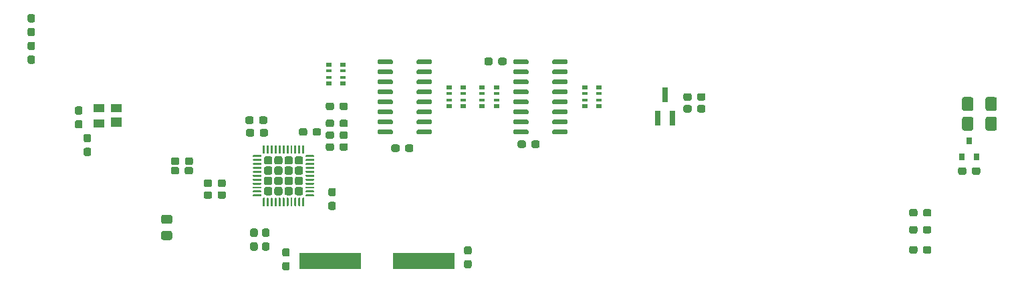
<source format=gtp>
%TF.GenerationSoftware,KiCad,Pcbnew,5.1.6+dfsg1-1~bpo10+1*%
%TF.CreationDate,2020-07-04T22:20:21+02:00*%
%TF.ProjectId,Model-M-USB,4d6f6465-6c2d-44d2-9d55-53422e6b6963,rev?*%
%TF.SameCoordinates,Original*%
%TF.FileFunction,Paste,Top*%
%TF.FilePolarity,Positive*%
%FSLAX46Y46*%
G04 Gerber Fmt 4.6, Leading zero omitted, Abs format (unit mm)*
G04 Created by KiCad (PCBNEW 5.1.6+dfsg1-1~bpo10+1) date 2020-07-04 22:20:21*
%MOMM*%
%LPD*%
G01*
G04 APERTURE LIST*
%ADD10R,0.800000X0.500000*%
%ADD11R,0.800000X0.400000*%
%ADD12R,0.800000X0.900000*%
%ADD13R,0.800000X1.900000*%
%ADD14R,7.875000X2.000000*%
%ADD15R,1.400000X1.000000*%
%ADD16R,1.400000X1.200000*%
G04 APERTURE END LIST*
G36*
G01*
X96550000Y-72537500D02*
X96550000Y-72062500D01*
G75*
G02*
X96787500Y-71825000I237500J0D01*
G01*
X97362500Y-71825000D01*
G75*
G02*
X97600000Y-72062500I0J-237500D01*
G01*
X97600000Y-72537500D01*
G75*
G02*
X97362500Y-72775000I-237500J0D01*
G01*
X96787500Y-72775000D01*
G75*
G02*
X96550000Y-72537500I0J237500D01*
G01*
G37*
G36*
G01*
X94800000Y-72537500D02*
X94800000Y-72062500D01*
G75*
G02*
X95037500Y-71825000I237500J0D01*
G01*
X95612500Y-71825000D01*
G75*
G02*
X95850000Y-72062500I0J-237500D01*
G01*
X95850000Y-72537500D01*
G75*
G02*
X95612500Y-72775000I-237500J0D01*
G01*
X95037500Y-72775000D01*
G75*
G02*
X94800000Y-72537500I0J237500D01*
G01*
G37*
G36*
G01*
X92450000Y-75312500D02*
X92450000Y-75787500D01*
G75*
G02*
X92212500Y-76025000I-237500J0D01*
G01*
X91637500Y-76025000D01*
G75*
G02*
X91400000Y-75787500I0J237500D01*
G01*
X91400000Y-75312500D01*
G75*
G02*
X91637500Y-75075000I237500J0D01*
G01*
X92212500Y-75075000D01*
G75*
G02*
X92450000Y-75312500I0J-237500D01*
G01*
G37*
G36*
G01*
X94200000Y-75312500D02*
X94200000Y-75787500D01*
G75*
G02*
X93962500Y-76025000I-237500J0D01*
G01*
X93387500Y-76025000D01*
G75*
G02*
X93150000Y-75787500I0J237500D01*
G01*
X93150000Y-75312500D01*
G75*
G02*
X93387500Y-75075000I237500J0D01*
G01*
X93962500Y-75075000D01*
G75*
G02*
X94200000Y-75312500I0J-237500D01*
G01*
G37*
G36*
G01*
X76950000Y-79487500D02*
X76950000Y-79012500D01*
G75*
G02*
X77187500Y-78775000I237500J0D01*
G01*
X77762500Y-78775000D01*
G75*
G02*
X78000000Y-79012500I0J-237500D01*
G01*
X78000000Y-79487500D01*
G75*
G02*
X77762500Y-79725000I-237500J0D01*
G01*
X77187500Y-79725000D01*
G75*
G02*
X76950000Y-79487500I0J237500D01*
G01*
G37*
G36*
G01*
X75200000Y-79487500D02*
X75200000Y-79012500D01*
G75*
G02*
X75437500Y-78775000I237500J0D01*
G01*
X76012500Y-78775000D01*
G75*
G02*
X76250000Y-79012500I0J-237500D01*
G01*
X76250000Y-79487500D01*
G75*
G02*
X76012500Y-79725000I-237500J0D01*
G01*
X75437500Y-79725000D01*
G75*
G02*
X75200000Y-79487500I0J237500D01*
G01*
G37*
G36*
G01*
X76925000Y-80687500D02*
X76925000Y-80212500D01*
G75*
G02*
X77162500Y-79975000I237500J0D01*
G01*
X77737500Y-79975000D01*
G75*
G02*
X77975000Y-80212500I0J-237500D01*
G01*
X77975000Y-80687500D01*
G75*
G02*
X77737500Y-80925000I-237500J0D01*
G01*
X77162500Y-80925000D01*
G75*
G02*
X76925000Y-80687500I0J237500D01*
G01*
G37*
G36*
G01*
X75175000Y-80687500D02*
X75175000Y-80212500D01*
G75*
G02*
X75412500Y-79975000I237500J0D01*
G01*
X75987500Y-79975000D01*
G75*
G02*
X76225000Y-80212500I0J-237500D01*
G01*
X76225000Y-80687500D01*
G75*
G02*
X75987500Y-80925000I-237500J0D01*
G01*
X75412500Y-80925000D01*
G75*
G02*
X75175000Y-80687500I0J237500D01*
G01*
G37*
G36*
G01*
X170450000Y-90737500D02*
X170450000Y-90262500D01*
G75*
G02*
X170687500Y-90025000I237500J0D01*
G01*
X171262500Y-90025000D01*
G75*
G02*
X171500000Y-90262500I0J-237500D01*
G01*
X171500000Y-90737500D01*
G75*
G02*
X171262500Y-90975000I-237500J0D01*
G01*
X170687500Y-90975000D01*
G75*
G02*
X170450000Y-90737500I0J237500D01*
G01*
G37*
G36*
G01*
X168700000Y-90737500D02*
X168700000Y-90262500D01*
G75*
G02*
X168937500Y-90025000I237500J0D01*
G01*
X169512500Y-90025000D01*
G75*
G02*
X169750000Y-90262500I0J-237500D01*
G01*
X169750000Y-90737500D01*
G75*
G02*
X169512500Y-90975000I-237500J0D01*
G01*
X168937500Y-90975000D01*
G75*
G02*
X168700000Y-90737500I0J237500D01*
G01*
G37*
G36*
G01*
X170450000Y-88187500D02*
X170450000Y-87712500D01*
G75*
G02*
X170687500Y-87475000I237500J0D01*
G01*
X171262500Y-87475000D01*
G75*
G02*
X171500000Y-87712500I0J-237500D01*
G01*
X171500000Y-88187500D01*
G75*
G02*
X171262500Y-88425000I-237500J0D01*
G01*
X170687500Y-88425000D01*
G75*
G02*
X170450000Y-88187500I0J237500D01*
G01*
G37*
G36*
G01*
X168700000Y-88187500D02*
X168700000Y-87712500D01*
G75*
G02*
X168937500Y-87475000I237500J0D01*
G01*
X169512500Y-87475000D01*
G75*
G02*
X169750000Y-87712500I0J-237500D01*
G01*
X169750000Y-88187500D01*
G75*
G02*
X169512500Y-88425000I-237500J0D01*
G01*
X168937500Y-88425000D01*
G75*
G02*
X168700000Y-88187500I0J237500D01*
G01*
G37*
G36*
G01*
X170450000Y-86037500D02*
X170450000Y-85562500D01*
G75*
G02*
X170687500Y-85325000I237500J0D01*
G01*
X171262500Y-85325000D01*
G75*
G02*
X171500000Y-85562500I0J-237500D01*
G01*
X171500000Y-86037500D01*
G75*
G02*
X171262500Y-86275000I-237500J0D01*
G01*
X170687500Y-86275000D01*
G75*
G02*
X170450000Y-86037500I0J237500D01*
G01*
G37*
G36*
G01*
X168700000Y-86037500D02*
X168700000Y-85562500D01*
G75*
G02*
X168937500Y-85325000I237500J0D01*
G01*
X169512500Y-85325000D01*
G75*
G02*
X169750000Y-85562500I0J-237500D01*
G01*
X169750000Y-86037500D01*
G75*
G02*
X169512500Y-86275000I-237500J0D01*
G01*
X168937500Y-86275000D01*
G75*
G02*
X168700000Y-86037500I0J237500D01*
G01*
G37*
G36*
G01*
X120500000Y-75395000D02*
X120500000Y-75695000D01*
G75*
G02*
X120350000Y-75845000I-150000J0D01*
G01*
X118700000Y-75845000D01*
G75*
G02*
X118550000Y-75695000I0J150000D01*
G01*
X118550000Y-75395000D01*
G75*
G02*
X118700000Y-75245000I150000J0D01*
G01*
X120350000Y-75245000D01*
G75*
G02*
X120500000Y-75395000I0J-150000D01*
G01*
G37*
G36*
G01*
X120500000Y-74125000D02*
X120500000Y-74425000D01*
G75*
G02*
X120350000Y-74575000I-150000J0D01*
G01*
X118700000Y-74575000D01*
G75*
G02*
X118550000Y-74425000I0J150000D01*
G01*
X118550000Y-74125000D01*
G75*
G02*
X118700000Y-73975000I150000J0D01*
G01*
X120350000Y-73975000D01*
G75*
G02*
X120500000Y-74125000I0J-150000D01*
G01*
G37*
G36*
G01*
X120500000Y-72855000D02*
X120500000Y-73155000D01*
G75*
G02*
X120350000Y-73305000I-150000J0D01*
G01*
X118700000Y-73305000D01*
G75*
G02*
X118550000Y-73155000I0J150000D01*
G01*
X118550000Y-72855000D01*
G75*
G02*
X118700000Y-72705000I150000J0D01*
G01*
X120350000Y-72705000D01*
G75*
G02*
X120500000Y-72855000I0J-150000D01*
G01*
G37*
G36*
G01*
X120500000Y-71585000D02*
X120500000Y-71885000D01*
G75*
G02*
X120350000Y-72035000I-150000J0D01*
G01*
X118700000Y-72035000D01*
G75*
G02*
X118550000Y-71885000I0J150000D01*
G01*
X118550000Y-71585000D01*
G75*
G02*
X118700000Y-71435000I150000J0D01*
G01*
X120350000Y-71435000D01*
G75*
G02*
X120500000Y-71585000I0J-150000D01*
G01*
G37*
G36*
G01*
X120500000Y-70315000D02*
X120500000Y-70615000D01*
G75*
G02*
X120350000Y-70765000I-150000J0D01*
G01*
X118700000Y-70765000D01*
G75*
G02*
X118550000Y-70615000I0J150000D01*
G01*
X118550000Y-70315000D01*
G75*
G02*
X118700000Y-70165000I150000J0D01*
G01*
X120350000Y-70165000D01*
G75*
G02*
X120500000Y-70315000I0J-150000D01*
G01*
G37*
G36*
G01*
X120500000Y-69045000D02*
X120500000Y-69345000D01*
G75*
G02*
X120350000Y-69495000I-150000J0D01*
G01*
X118700000Y-69495000D01*
G75*
G02*
X118550000Y-69345000I0J150000D01*
G01*
X118550000Y-69045000D01*
G75*
G02*
X118700000Y-68895000I150000J0D01*
G01*
X120350000Y-68895000D01*
G75*
G02*
X120500000Y-69045000I0J-150000D01*
G01*
G37*
G36*
G01*
X120500000Y-67775000D02*
X120500000Y-68075000D01*
G75*
G02*
X120350000Y-68225000I-150000J0D01*
G01*
X118700000Y-68225000D01*
G75*
G02*
X118550000Y-68075000I0J150000D01*
G01*
X118550000Y-67775000D01*
G75*
G02*
X118700000Y-67625000I150000J0D01*
G01*
X120350000Y-67625000D01*
G75*
G02*
X120500000Y-67775000I0J-150000D01*
G01*
G37*
G36*
G01*
X120500000Y-66505000D02*
X120500000Y-66805000D01*
G75*
G02*
X120350000Y-66955000I-150000J0D01*
G01*
X118700000Y-66955000D01*
G75*
G02*
X118550000Y-66805000I0J150000D01*
G01*
X118550000Y-66505000D01*
G75*
G02*
X118700000Y-66355000I150000J0D01*
G01*
X120350000Y-66355000D01*
G75*
G02*
X120500000Y-66505000I0J-150000D01*
G01*
G37*
G36*
G01*
X125450000Y-66505000D02*
X125450000Y-66805000D01*
G75*
G02*
X125300000Y-66955000I-150000J0D01*
G01*
X123650000Y-66955000D01*
G75*
G02*
X123500000Y-66805000I0J150000D01*
G01*
X123500000Y-66505000D01*
G75*
G02*
X123650000Y-66355000I150000J0D01*
G01*
X125300000Y-66355000D01*
G75*
G02*
X125450000Y-66505000I0J-150000D01*
G01*
G37*
G36*
G01*
X125450000Y-67775000D02*
X125450000Y-68075000D01*
G75*
G02*
X125300000Y-68225000I-150000J0D01*
G01*
X123650000Y-68225000D01*
G75*
G02*
X123500000Y-68075000I0J150000D01*
G01*
X123500000Y-67775000D01*
G75*
G02*
X123650000Y-67625000I150000J0D01*
G01*
X125300000Y-67625000D01*
G75*
G02*
X125450000Y-67775000I0J-150000D01*
G01*
G37*
G36*
G01*
X125450000Y-69045000D02*
X125450000Y-69345000D01*
G75*
G02*
X125300000Y-69495000I-150000J0D01*
G01*
X123650000Y-69495000D01*
G75*
G02*
X123500000Y-69345000I0J150000D01*
G01*
X123500000Y-69045000D01*
G75*
G02*
X123650000Y-68895000I150000J0D01*
G01*
X125300000Y-68895000D01*
G75*
G02*
X125450000Y-69045000I0J-150000D01*
G01*
G37*
G36*
G01*
X125450000Y-70315000D02*
X125450000Y-70615000D01*
G75*
G02*
X125300000Y-70765000I-150000J0D01*
G01*
X123650000Y-70765000D01*
G75*
G02*
X123500000Y-70615000I0J150000D01*
G01*
X123500000Y-70315000D01*
G75*
G02*
X123650000Y-70165000I150000J0D01*
G01*
X125300000Y-70165000D01*
G75*
G02*
X125450000Y-70315000I0J-150000D01*
G01*
G37*
G36*
G01*
X125450000Y-71585000D02*
X125450000Y-71885000D01*
G75*
G02*
X125300000Y-72035000I-150000J0D01*
G01*
X123650000Y-72035000D01*
G75*
G02*
X123500000Y-71885000I0J150000D01*
G01*
X123500000Y-71585000D01*
G75*
G02*
X123650000Y-71435000I150000J0D01*
G01*
X125300000Y-71435000D01*
G75*
G02*
X125450000Y-71585000I0J-150000D01*
G01*
G37*
G36*
G01*
X125450000Y-72855000D02*
X125450000Y-73155000D01*
G75*
G02*
X125300000Y-73305000I-150000J0D01*
G01*
X123650000Y-73305000D01*
G75*
G02*
X123500000Y-73155000I0J150000D01*
G01*
X123500000Y-72855000D01*
G75*
G02*
X123650000Y-72705000I150000J0D01*
G01*
X125300000Y-72705000D01*
G75*
G02*
X125450000Y-72855000I0J-150000D01*
G01*
G37*
G36*
G01*
X125450000Y-74125000D02*
X125450000Y-74425000D01*
G75*
G02*
X125300000Y-74575000I-150000J0D01*
G01*
X123650000Y-74575000D01*
G75*
G02*
X123500000Y-74425000I0J150000D01*
G01*
X123500000Y-74125000D01*
G75*
G02*
X123650000Y-73975000I150000J0D01*
G01*
X125300000Y-73975000D01*
G75*
G02*
X125450000Y-74125000I0J-150000D01*
G01*
G37*
G36*
G01*
X125450000Y-75395000D02*
X125450000Y-75695000D01*
G75*
G02*
X125300000Y-75845000I-150000J0D01*
G01*
X123650000Y-75845000D01*
G75*
G02*
X123500000Y-75695000I0J150000D01*
G01*
X123500000Y-75395000D01*
G75*
G02*
X123650000Y-75245000I150000J0D01*
G01*
X125300000Y-75245000D01*
G75*
G02*
X125450000Y-75395000I0J-150000D01*
G01*
G37*
G36*
G01*
X176650000Y-80737500D02*
X176650000Y-80262500D01*
G75*
G02*
X176887500Y-80025000I237500J0D01*
G01*
X177462500Y-80025000D01*
G75*
G02*
X177700000Y-80262500I0J-237500D01*
G01*
X177700000Y-80737500D01*
G75*
G02*
X177462500Y-80975000I-237500J0D01*
G01*
X176887500Y-80975000D01*
G75*
G02*
X176650000Y-80737500I0J237500D01*
G01*
G37*
G36*
G01*
X174900000Y-80737500D02*
X174900000Y-80262500D01*
G75*
G02*
X175137500Y-80025000I237500J0D01*
G01*
X175712500Y-80025000D01*
G75*
G02*
X175950000Y-80262500I0J-237500D01*
G01*
X175950000Y-80737500D01*
G75*
G02*
X175712500Y-80975000I-237500J0D01*
G01*
X175137500Y-80975000D01*
G75*
G02*
X174900000Y-80737500I0J237500D01*
G01*
G37*
D10*
X129400000Y-72300000D03*
D11*
X129400000Y-71500000D03*
D10*
X129400000Y-69900000D03*
D11*
X129400000Y-70700000D03*
D10*
X127600000Y-72300000D03*
D11*
X127600000Y-70700000D03*
X127600000Y-71500000D03*
D10*
X127600000Y-69900000D03*
G36*
G01*
X80400000Y-83312500D02*
X80400000Y-83787500D01*
G75*
G02*
X80162500Y-84025000I-237500J0D01*
G01*
X79587500Y-84025000D01*
G75*
G02*
X79350000Y-83787500I0J237500D01*
G01*
X79350000Y-83312500D01*
G75*
G02*
X79587500Y-83075000I237500J0D01*
G01*
X80162500Y-83075000D01*
G75*
G02*
X80400000Y-83312500I0J-237500D01*
G01*
G37*
G36*
G01*
X82150000Y-83312500D02*
X82150000Y-83787500D01*
G75*
G02*
X81912500Y-84025000I-237500J0D01*
G01*
X81337500Y-84025000D01*
G75*
G02*
X81100000Y-83787500I0J237500D01*
G01*
X81100000Y-83312500D01*
G75*
G02*
X81337500Y-83075000I237500J0D01*
G01*
X81912500Y-83075000D01*
G75*
G02*
X82150000Y-83312500I0J-237500D01*
G01*
G37*
G36*
G01*
X89987500Y-91350000D02*
X89512500Y-91350000D01*
G75*
G02*
X89275000Y-91112500I0J237500D01*
G01*
X89275000Y-90537500D01*
G75*
G02*
X89512500Y-90300000I237500J0D01*
G01*
X89987500Y-90300000D01*
G75*
G02*
X90225000Y-90537500I0J-237500D01*
G01*
X90225000Y-91112500D01*
G75*
G02*
X89987500Y-91350000I-237500J0D01*
G01*
G37*
G36*
G01*
X89987500Y-93100000D02*
X89512500Y-93100000D01*
G75*
G02*
X89275000Y-92862500I0J237500D01*
G01*
X89275000Y-92287500D01*
G75*
G02*
X89512500Y-92050000I237500J0D01*
G01*
X89987500Y-92050000D01*
G75*
G02*
X90225000Y-92287500I0J-237500D01*
G01*
X90225000Y-92862500D01*
G75*
G02*
X89987500Y-93100000I-237500J0D01*
G01*
G37*
G36*
G01*
X178375000Y-75125000D02*
X178375000Y-73875000D01*
G75*
G02*
X178625000Y-73625000I250000J0D01*
G01*
X179550000Y-73625000D01*
G75*
G02*
X179800000Y-73875000I0J-250000D01*
G01*
X179800000Y-75125000D01*
G75*
G02*
X179550000Y-75375000I-250000J0D01*
G01*
X178625000Y-75375000D01*
G75*
G02*
X178375000Y-75125000I0J250000D01*
G01*
G37*
G36*
G01*
X175400000Y-75125000D02*
X175400000Y-73875000D01*
G75*
G02*
X175650000Y-73625000I250000J0D01*
G01*
X176575000Y-73625000D01*
G75*
G02*
X176825000Y-73875000I0J-250000D01*
G01*
X176825000Y-75125000D01*
G75*
G02*
X176575000Y-75375000I-250000J0D01*
G01*
X175650000Y-75375000D01*
G75*
G02*
X175400000Y-75125000I0J250000D01*
G01*
G37*
G36*
G01*
X178375000Y-72625000D02*
X178375000Y-71375000D01*
G75*
G02*
X178625000Y-71125000I250000J0D01*
G01*
X179550000Y-71125000D01*
G75*
G02*
X179800000Y-71375000I0J-250000D01*
G01*
X179800000Y-72625000D01*
G75*
G02*
X179550000Y-72875000I-250000J0D01*
G01*
X178625000Y-72875000D01*
G75*
G02*
X178375000Y-72625000I0J250000D01*
G01*
G37*
G36*
G01*
X175400000Y-72625000D02*
X175400000Y-71375000D01*
G75*
G02*
X175650000Y-71125000I250000J0D01*
G01*
X176575000Y-71125000D01*
G75*
G02*
X176825000Y-71375000I0J-250000D01*
G01*
X176825000Y-72625000D01*
G75*
G02*
X176575000Y-72875000I-250000J0D01*
G01*
X175650000Y-72875000D01*
G75*
G02*
X175400000Y-72625000I0J250000D01*
G01*
G37*
D12*
X176300000Y-76700000D03*
X177250000Y-78700000D03*
X175350000Y-78700000D03*
G36*
G01*
X85937500Y-88850000D02*
X85462500Y-88850000D01*
G75*
G02*
X85225000Y-88612500I0J237500D01*
G01*
X85225000Y-88037500D01*
G75*
G02*
X85462500Y-87800000I237500J0D01*
G01*
X85937500Y-87800000D01*
G75*
G02*
X86175000Y-88037500I0J-237500D01*
G01*
X86175000Y-88612500D01*
G75*
G02*
X85937500Y-88850000I-237500J0D01*
G01*
G37*
G36*
G01*
X85937500Y-90600000D02*
X85462500Y-90600000D01*
G75*
G02*
X85225000Y-90362500I0J237500D01*
G01*
X85225000Y-89787500D01*
G75*
G02*
X85462500Y-89550000I237500J0D01*
G01*
X85937500Y-89550000D01*
G75*
G02*
X86175000Y-89787500I0J-237500D01*
G01*
X86175000Y-90362500D01*
G75*
G02*
X85937500Y-90600000I-237500J0D01*
G01*
G37*
D13*
X137800000Y-70800000D03*
X138750000Y-73800000D03*
X136850000Y-73800000D03*
G36*
G01*
X141150000Y-72362500D02*
X141150000Y-72837500D01*
G75*
G02*
X140912500Y-73075000I-237500J0D01*
G01*
X140337500Y-73075000D01*
G75*
G02*
X140100000Y-72837500I0J237500D01*
G01*
X140100000Y-72362500D01*
G75*
G02*
X140337500Y-72125000I237500J0D01*
G01*
X140912500Y-72125000D01*
G75*
G02*
X141150000Y-72362500I0J-237500D01*
G01*
G37*
G36*
G01*
X142900000Y-72362500D02*
X142900000Y-72837500D01*
G75*
G02*
X142662500Y-73075000I-237500J0D01*
G01*
X142087500Y-73075000D01*
G75*
G02*
X141850000Y-72837500I0J237500D01*
G01*
X141850000Y-72362500D01*
G75*
G02*
X142087500Y-72125000I237500J0D01*
G01*
X142662500Y-72125000D01*
G75*
G02*
X142900000Y-72362500I0J-237500D01*
G01*
G37*
G36*
G01*
X95850000Y-74212500D02*
X95850000Y-74687500D01*
G75*
G02*
X95612500Y-74925000I-237500J0D01*
G01*
X95037500Y-74925000D01*
G75*
G02*
X94800000Y-74687500I0J237500D01*
G01*
X94800000Y-74212500D01*
G75*
G02*
X95037500Y-73975000I237500J0D01*
G01*
X95612500Y-73975000D01*
G75*
G02*
X95850000Y-74212500I0J-237500D01*
G01*
G37*
G36*
G01*
X97600000Y-74212500D02*
X97600000Y-74687500D01*
G75*
G02*
X97362500Y-74925000I-237500J0D01*
G01*
X96787500Y-74925000D01*
G75*
G02*
X96550000Y-74687500I0J237500D01*
G01*
X96550000Y-74212500D01*
G75*
G02*
X96787500Y-73975000I237500J0D01*
G01*
X97362500Y-73975000D01*
G75*
G02*
X97600000Y-74212500I0J-237500D01*
G01*
G37*
G36*
G01*
X57737500Y-65150000D02*
X57262500Y-65150000D01*
G75*
G02*
X57025000Y-64912500I0J237500D01*
G01*
X57025000Y-64337500D01*
G75*
G02*
X57262500Y-64100000I237500J0D01*
G01*
X57737500Y-64100000D01*
G75*
G02*
X57975000Y-64337500I0J-237500D01*
G01*
X57975000Y-64912500D01*
G75*
G02*
X57737500Y-65150000I-237500J0D01*
G01*
G37*
G36*
G01*
X57737500Y-66900000D02*
X57262500Y-66900000D01*
G75*
G02*
X57025000Y-66662500I0J237500D01*
G01*
X57025000Y-66087500D01*
G75*
G02*
X57262500Y-65850000I237500J0D01*
G01*
X57737500Y-65850000D01*
G75*
G02*
X57975000Y-66087500I0J-237500D01*
G01*
X57975000Y-66662500D01*
G75*
G02*
X57737500Y-66900000I-237500J0D01*
G01*
G37*
G36*
G01*
X57737500Y-61650000D02*
X57262500Y-61650000D01*
G75*
G02*
X57025000Y-61412500I0J237500D01*
G01*
X57025000Y-60837500D01*
G75*
G02*
X57262500Y-60600000I237500J0D01*
G01*
X57737500Y-60600000D01*
G75*
G02*
X57975000Y-60837500I0J-237500D01*
G01*
X57975000Y-61412500D01*
G75*
G02*
X57737500Y-61650000I-237500J0D01*
G01*
G37*
G36*
G01*
X57737500Y-63400000D02*
X57262500Y-63400000D01*
G75*
G02*
X57025000Y-63162500I0J237500D01*
G01*
X57025000Y-62587500D01*
G75*
G02*
X57262500Y-62350000I237500J0D01*
G01*
X57737500Y-62350000D01*
G75*
G02*
X57975000Y-62587500I0J-237500D01*
G01*
X57975000Y-63162500D01*
G75*
G02*
X57737500Y-63400000I-237500J0D01*
G01*
G37*
G36*
G01*
X120850000Y-77337500D02*
X120850000Y-76862500D01*
G75*
G02*
X121087500Y-76625000I237500J0D01*
G01*
X121662500Y-76625000D01*
G75*
G02*
X121900000Y-76862500I0J-237500D01*
G01*
X121900000Y-77337500D01*
G75*
G02*
X121662500Y-77575000I-237500J0D01*
G01*
X121087500Y-77575000D01*
G75*
G02*
X120850000Y-77337500I0J237500D01*
G01*
G37*
G36*
G01*
X119100000Y-77337500D02*
X119100000Y-76862500D01*
G75*
G02*
X119337500Y-76625000I237500J0D01*
G01*
X119912500Y-76625000D01*
G75*
G02*
X120150000Y-76862500I0J-237500D01*
G01*
X120150000Y-77337500D01*
G75*
G02*
X119912500Y-77575000I-237500J0D01*
G01*
X119337500Y-77575000D01*
G75*
G02*
X119100000Y-77337500I0J237500D01*
G01*
G37*
G36*
G01*
X104850000Y-77837500D02*
X104850000Y-77362500D01*
G75*
G02*
X105087500Y-77125000I237500J0D01*
G01*
X105662500Y-77125000D01*
G75*
G02*
X105900000Y-77362500I0J-237500D01*
G01*
X105900000Y-77837500D01*
G75*
G02*
X105662500Y-78075000I-237500J0D01*
G01*
X105087500Y-78075000D01*
G75*
G02*
X104850000Y-77837500I0J237500D01*
G01*
G37*
G36*
G01*
X103100000Y-77837500D02*
X103100000Y-77362500D01*
G75*
G02*
X103337500Y-77125000I237500J0D01*
G01*
X103912500Y-77125000D01*
G75*
G02*
X104150000Y-77362500I0J-237500D01*
G01*
X104150000Y-77837500D01*
G75*
G02*
X103912500Y-78075000I-237500J0D01*
G01*
X103337500Y-78075000D01*
G75*
G02*
X103100000Y-77837500I0J237500D01*
G01*
G37*
G36*
G01*
X103300000Y-75395000D02*
X103300000Y-75695000D01*
G75*
G02*
X103150000Y-75845000I-150000J0D01*
G01*
X101500000Y-75845000D01*
G75*
G02*
X101350000Y-75695000I0J150000D01*
G01*
X101350000Y-75395000D01*
G75*
G02*
X101500000Y-75245000I150000J0D01*
G01*
X103150000Y-75245000D01*
G75*
G02*
X103300000Y-75395000I0J-150000D01*
G01*
G37*
G36*
G01*
X103300000Y-74125000D02*
X103300000Y-74425000D01*
G75*
G02*
X103150000Y-74575000I-150000J0D01*
G01*
X101500000Y-74575000D01*
G75*
G02*
X101350000Y-74425000I0J150000D01*
G01*
X101350000Y-74125000D01*
G75*
G02*
X101500000Y-73975000I150000J0D01*
G01*
X103150000Y-73975000D01*
G75*
G02*
X103300000Y-74125000I0J-150000D01*
G01*
G37*
G36*
G01*
X103300000Y-72855000D02*
X103300000Y-73155000D01*
G75*
G02*
X103150000Y-73305000I-150000J0D01*
G01*
X101500000Y-73305000D01*
G75*
G02*
X101350000Y-73155000I0J150000D01*
G01*
X101350000Y-72855000D01*
G75*
G02*
X101500000Y-72705000I150000J0D01*
G01*
X103150000Y-72705000D01*
G75*
G02*
X103300000Y-72855000I0J-150000D01*
G01*
G37*
G36*
G01*
X103300000Y-71585000D02*
X103300000Y-71885000D01*
G75*
G02*
X103150000Y-72035000I-150000J0D01*
G01*
X101500000Y-72035000D01*
G75*
G02*
X101350000Y-71885000I0J150000D01*
G01*
X101350000Y-71585000D01*
G75*
G02*
X101500000Y-71435000I150000J0D01*
G01*
X103150000Y-71435000D01*
G75*
G02*
X103300000Y-71585000I0J-150000D01*
G01*
G37*
G36*
G01*
X103300000Y-70315000D02*
X103300000Y-70615000D01*
G75*
G02*
X103150000Y-70765000I-150000J0D01*
G01*
X101500000Y-70765000D01*
G75*
G02*
X101350000Y-70615000I0J150000D01*
G01*
X101350000Y-70315000D01*
G75*
G02*
X101500000Y-70165000I150000J0D01*
G01*
X103150000Y-70165000D01*
G75*
G02*
X103300000Y-70315000I0J-150000D01*
G01*
G37*
G36*
G01*
X103300000Y-69045000D02*
X103300000Y-69345000D01*
G75*
G02*
X103150000Y-69495000I-150000J0D01*
G01*
X101500000Y-69495000D01*
G75*
G02*
X101350000Y-69345000I0J150000D01*
G01*
X101350000Y-69045000D01*
G75*
G02*
X101500000Y-68895000I150000J0D01*
G01*
X103150000Y-68895000D01*
G75*
G02*
X103300000Y-69045000I0J-150000D01*
G01*
G37*
G36*
G01*
X103300000Y-67775000D02*
X103300000Y-68075000D01*
G75*
G02*
X103150000Y-68225000I-150000J0D01*
G01*
X101500000Y-68225000D01*
G75*
G02*
X101350000Y-68075000I0J150000D01*
G01*
X101350000Y-67775000D01*
G75*
G02*
X101500000Y-67625000I150000J0D01*
G01*
X103150000Y-67625000D01*
G75*
G02*
X103300000Y-67775000I0J-150000D01*
G01*
G37*
G36*
G01*
X103300000Y-66505000D02*
X103300000Y-66805000D01*
G75*
G02*
X103150000Y-66955000I-150000J0D01*
G01*
X101500000Y-66955000D01*
G75*
G02*
X101350000Y-66805000I0J150000D01*
G01*
X101350000Y-66505000D01*
G75*
G02*
X101500000Y-66355000I150000J0D01*
G01*
X103150000Y-66355000D01*
G75*
G02*
X103300000Y-66505000I0J-150000D01*
G01*
G37*
G36*
G01*
X108250000Y-66505000D02*
X108250000Y-66805000D01*
G75*
G02*
X108100000Y-66955000I-150000J0D01*
G01*
X106450000Y-66955000D01*
G75*
G02*
X106300000Y-66805000I0J150000D01*
G01*
X106300000Y-66505000D01*
G75*
G02*
X106450000Y-66355000I150000J0D01*
G01*
X108100000Y-66355000D01*
G75*
G02*
X108250000Y-66505000I0J-150000D01*
G01*
G37*
G36*
G01*
X108250000Y-67775000D02*
X108250000Y-68075000D01*
G75*
G02*
X108100000Y-68225000I-150000J0D01*
G01*
X106450000Y-68225000D01*
G75*
G02*
X106300000Y-68075000I0J150000D01*
G01*
X106300000Y-67775000D01*
G75*
G02*
X106450000Y-67625000I150000J0D01*
G01*
X108100000Y-67625000D01*
G75*
G02*
X108250000Y-67775000I0J-150000D01*
G01*
G37*
G36*
G01*
X108250000Y-69045000D02*
X108250000Y-69345000D01*
G75*
G02*
X108100000Y-69495000I-150000J0D01*
G01*
X106450000Y-69495000D01*
G75*
G02*
X106300000Y-69345000I0J150000D01*
G01*
X106300000Y-69045000D01*
G75*
G02*
X106450000Y-68895000I150000J0D01*
G01*
X108100000Y-68895000D01*
G75*
G02*
X108250000Y-69045000I0J-150000D01*
G01*
G37*
G36*
G01*
X108250000Y-70315000D02*
X108250000Y-70615000D01*
G75*
G02*
X108100000Y-70765000I-150000J0D01*
G01*
X106450000Y-70765000D01*
G75*
G02*
X106300000Y-70615000I0J150000D01*
G01*
X106300000Y-70315000D01*
G75*
G02*
X106450000Y-70165000I150000J0D01*
G01*
X108100000Y-70165000D01*
G75*
G02*
X108250000Y-70315000I0J-150000D01*
G01*
G37*
G36*
G01*
X108250000Y-71585000D02*
X108250000Y-71885000D01*
G75*
G02*
X108100000Y-72035000I-150000J0D01*
G01*
X106450000Y-72035000D01*
G75*
G02*
X106300000Y-71885000I0J150000D01*
G01*
X106300000Y-71585000D01*
G75*
G02*
X106450000Y-71435000I150000J0D01*
G01*
X108100000Y-71435000D01*
G75*
G02*
X108250000Y-71585000I0J-150000D01*
G01*
G37*
G36*
G01*
X108250000Y-72855000D02*
X108250000Y-73155000D01*
G75*
G02*
X108100000Y-73305000I-150000J0D01*
G01*
X106450000Y-73305000D01*
G75*
G02*
X106300000Y-73155000I0J150000D01*
G01*
X106300000Y-72855000D01*
G75*
G02*
X106450000Y-72705000I150000J0D01*
G01*
X108100000Y-72705000D01*
G75*
G02*
X108250000Y-72855000I0J-150000D01*
G01*
G37*
G36*
G01*
X108250000Y-74125000D02*
X108250000Y-74425000D01*
G75*
G02*
X108100000Y-74575000I-150000J0D01*
G01*
X106450000Y-74575000D01*
G75*
G02*
X106300000Y-74425000I0J150000D01*
G01*
X106300000Y-74125000D01*
G75*
G02*
X106450000Y-73975000I150000J0D01*
G01*
X108100000Y-73975000D01*
G75*
G02*
X108250000Y-74125000I0J-150000D01*
G01*
G37*
G36*
G01*
X108250000Y-75395000D02*
X108250000Y-75695000D01*
G75*
G02*
X108100000Y-75845000I-150000J0D01*
G01*
X106450000Y-75845000D01*
G75*
G02*
X106300000Y-75695000I0J150000D01*
G01*
X106300000Y-75395000D01*
G75*
G02*
X106450000Y-75245000I150000J0D01*
G01*
X108100000Y-75245000D01*
G75*
G02*
X108250000Y-75395000I0J-150000D01*
G01*
G37*
D10*
X114600000Y-69900000D03*
D11*
X114600000Y-70700000D03*
D10*
X114600000Y-72300000D03*
D11*
X114600000Y-71500000D03*
D10*
X116400000Y-69900000D03*
D11*
X116400000Y-71500000D03*
X116400000Y-70700000D03*
D10*
X116400000Y-72300000D03*
X112200000Y-72300000D03*
D11*
X112200000Y-71500000D03*
D10*
X112200000Y-69900000D03*
D11*
X112200000Y-70700000D03*
D10*
X110400000Y-72300000D03*
D11*
X110400000Y-70700000D03*
X110400000Y-71500000D03*
D10*
X110400000Y-69900000D03*
X95200000Y-67000000D03*
D11*
X95200000Y-67800000D03*
D10*
X95200000Y-69400000D03*
D11*
X95200000Y-68600000D03*
D10*
X97000000Y-67000000D03*
D11*
X97000000Y-68600000D03*
X97000000Y-67800000D03*
D10*
X97000000Y-69400000D03*
G36*
G01*
X115950000Y-66362500D02*
X115950000Y-66837500D01*
G75*
G02*
X115712500Y-67075000I-237500J0D01*
G01*
X115137500Y-67075000D01*
G75*
G02*
X114900000Y-66837500I0J237500D01*
G01*
X114900000Y-66362500D01*
G75*
G02*
X115137500Y-66125000I237500J0D01*
G01*
X115712500Y-66125000D01*
G75*
G02*
X115950000Y-66362500I0J-237500D01*
G01*
G37*
G36*
G01*
X117700000Y-66362500D02*
X117700000Y-66837500D01*
G75*
G02*
X117462500Y-67075000I-237500J0D01*
G01*
X116887500Y-67075000D01*
G75*
G02*
X116650000Y-66837500I0J237500D01*
G01*
X116650000Y-66362500D01*
G75*
G02*
X116887500Y-66125000I237500J0D01*
G01*
X117462500Y-66125000D01*
G75*
G02*
X117700000Y-66362500I0J-237500D01*
G01*
G37*
G36*
G01*
X64362500Y-77550000D02*
X64837500Y-77550000D01*
G75*
G02*
X65075000Y-77787500I0J-237500D01*
G01*
X65075000Y-78362500D01*
G75*
G02*
X64837500Y-78600000I-237500J0D01*
G01*
X64362500Y-78600000D01*
G75*
G02*
X64125000Y-78362500I0J237500D01*
G01*
X64125000Y-77787500D01*
G75*
G02*
X64362500Y-77550000I237500J0D01*
G01*
G37*
G36*
G01*
X64362500Y-75800000D02*
X64837500Y-75800000D01*
G75*
G02*
X65075000Y-76037500I0J-237500D01*
G01*
X65075000Y-76612500D01*
G75*
G02*
X64837500Y-76850000I-237500J0D01*
G01*
X64362500Y-76850000D01*
G75*
G02*
X64125000Y-76612500I0J237500D01*
G01*
X64125000Y-76037500D01*
G75*
G02*
X64362500Y-75800000I237500J0D01*
G01*
G37*
G36*
G01*
X63737500Y-73350000D02*
X63262500Y-73350000D01*
G75*
G02*
X63025000Y-73112500I0J237500D01*
G01*
X63025000Y-72537500D01*
G75*
G02*
X63262500Y-72300000I237500J0D01*
G01*
X63737500Y-72300000D01*
G75*
G02*
X63975000Y-72537500I0J-237500D01*
G01*
X63975000Y-73112500D01*
G75*
G02*
X63737500Y-73350000I-237500J0D01*
G01*
G37*
G36*
G01*
X63737500Y-75100000D02*
X63262500Y-75100000D01*
G75*
G02*
X63025000Y-74862500I0J237500D01*
G01*
X63025000Y-74287500D01*
G75*
G02*
X63262500Y-74050000I237500J0D01*
G01*
X63737500Y-74050000D01*
G75*
G02*
X63975000Y-74287500I0J-237500D01*
G01*
X63975000Y-74862500D01*
G75*
G02*
X63737500Y-75100000I-237500J0D01*
G01*
G37*
G36*
G01*
X85650000Y-73812500D02*
X85650000Y-74287500D01*
G75*
G02*
X85412500Y-74525000I-237500J0D01*
G01*
X84837500Y-74525000D01*
G75*
G02*
X84600000Y-74287500I0J237500D01*
G01*
X84600000Y-73812500D01*
G75*
G02*
X84837500Y-73575000I237500J0D01*
G01*
X85412500Y-73575000D01*
G75*
G02*
X85650000Y-73812500I0J-237500D01*
G01*
G37*
G36*
G01*
X87400000Y-73812500D02*
X87400000Y-74287500D01*
G75*
G02*
X87162500Y-74525000I-237500J0D01*
G01*
X86587500Y-74525000D01*
G75*
G02*
X86350000Y-74287500I0J237500D01*
G01*
X86350000Y-73812500D01*
G75*
G02*
X86587500Y-73575000I237500J0D01*
G01*
X87162500Y-73575000D01*
G75*
G02*
X87400000Y-73812500I0J-237500D01*
G01*
G37*
G36*
G01*
X86825000Y-78237500D02*
X86825000Y-77287500D01*
G75*
G02*
X86887500Y-77225000I62500J0D01*
G01*
X87012500Y-77225000D01*
G75*
G02*
X87075000Y-77287500I0J-62500D01*
G01*
X87075000Y-78237500D01*
G75*
G02*
X87012500Y-78300000I-62500J0D01*
G01*
X86887500Y-78300000D01*
G75*
G02*
X86825000Y-78237500I0J62500D01*
G01*
G37*
G36*
G01*
X87325000Y-78237500D02*
X87325000Y-77287500D01*
G75*
G02*
X87387500Y-77225000I62500J0D01*
G01*
X87512500Y-77225000D01*
G75*
G02*
X87575000Y-77287500I0J-62500D01*
G01*
X87575000Y-78237500D01*
G75*
G02*
X87512500Y-78300000I-62500J0D01*
G01*
X87387500Y-78300000D01*
G75*
G02*
X87325000Y-78237500I0J62500D01*
G01*
G37*
G36*
G01*
X87825000Y-78237500D02*
X87825000Y-77287500D01*
G75*
G02*
X87887500Y-77225000I62500J0D01*
G01*
X88012500Y-77225000D01*
G75*
G02*
X88075000Y-77287500I0J-62500D01*
G01*
X88075000Y-78237500D01*
G75*
G02*
X88012500Y-78300000I-62500J0D01*
G01*
X87887500Y-78300000D01*
G75*
G02*
X87825000Y-78237500I0J62500D01*
G01*
G37*
G36*
G01*
X88325000Y-78237500D02*
X88325000Y-77287500D01*
G75*
G02*
X88387500Y-77225000I62500J0D01*
G01*
X88512500Y-77225000D01*
G75*
G02*
X88575000Y-77287500I0J-62500D01*
G01*
X88575000Y-78237500D01*
G75*
G02*
X88512500Y-78300000I-62500J0D01*
G01*
X88387500Y-78300000D01*
G75*
G02*
X88325000Y-78237500I0J62500D01*
G01*
G37*
G36*
G01*
X88825000Y-78237500D02*
X88825000Y-77287500D01*
G75*
G02*
X88887500Y-77225000I62500J0D01*
G01*
X89012500Y-77225000D01*
G75*
G02*
X89075000Y-77287500I0J-62500D01*
G01*
X89075000Y-78237500D01*
G75*
G02*
X89012500Y-78300000I-62500J0D01*
G01*
X88887500Y-78300000D01*
G75*
G02*
X88825000Y-78237500I0J62500D01*
G01*
G37*
G36*
G01*
X89325000Y-78237500D02*
X89325000Y-77287500D01*
G75*
G02*
X89387500Y-77225000I62500J0D01*
G01*
X89512500Y-77225000D01*
G75*
G02*
X89575000Y-77287500I0J-62500D01*
G01*
X89575000Y-78237500D01*
G75*
G02*
X89512500Y-78300000I-62500J0D01*
G01*
X89387500Y-78300000D01*
G75*
G02*
X89325000Y-78237500I0J62500D01*
G01*
G37*
G36*
G01*
X89825000Y-78237500D02*
X89825000Y-77287500D01*
G75*
G02*
X89887500Y-77225000I62500J0D01*
G01*
X90012500Y-77225000D01*
G75*
G02*
X90075000Y-77287500I0J-62500D01*
G01*
X90075000Y-78237500D01*
G75*
G02*
X90012500Y-78300000I-62500J0D01*
G01*
X89887500Y-78300000D01*
G75*
G02*
X89825000Y-78237500I0J62500D01*
G01*
G37*
G36*
G01*
X90325000Y-78237500D02*
X90325000Y-77287500D01*
G75*
G02*
X90387500Y-77225000I62500J0D01*
G01*
X90512500Y-77225000D01*
G75*
G02*
X90575000Y-77287500I0J-62500D01*
G01*
X90575000Y-78237500D01*
G75*
G02*
X90512500Y-78300000I-62500J0D01*
G01*
X90387500Y-78300000D01*
G75*
G02*
X90325000Y-78237500I0J62500D01*
G01*
G37*
G36*
G01*
X90825000Y-78237500D02*
X90825000Y-77287500D01*
G75*
G02*
X90887500Y-77225000I62500J0D01*
G01*
X91012500Y-77225000D01*
G75*
G02*
X91075000Y-77287500I0J-62500D01*
G01*
X91075000Y-78237500D01*
G75*
G02*
X91012500Y-78300000I-62500J0D01*
G01*
X90887500Y-78300000D01*
G75*
G02*
X90825000Y-78237500I0J62500D01*
G01*
G37*
G36*
G01*
X91325000Y-78237500D02*
X91325000Y-77287500D01*
G75*
G02*
X91387500Y-77225000I62500J0D01*
G01*
X91512500Y-77225000D01*
G75*
G02*
X91575000Y-77287500I0J-62500D01*
G01*
X91575000Y-78237500D01*
G75*
G02*
X91512500Y-78300000I-62500J0D01*
G01*
X91387500Y-78300000D01*
G75*
G02*
X91325000Y-78237500I0J62500D01*
G01*
G37*
G36*
G01*
X91825000Y-78237500D02*
X91825000Y-77287500D01*
G75*
G02*
X91887500Y-77225000I62500J0D01*
G01*
X92012500Y-77225000D01*
G75*
G02*
X92075000Y-77287500I0J-62500D01*
G01*
X92075000Y-78237500D01*
G75*
G02*
X92012500Y-78300000I-62500J0D01*
G01*
X91887500Y-78300000D01*
G75*
G02*
X91825000Y-78237500I0J62500D01*
G01*
G37*
G36*
G01*
X92250000Y-78662500D02*
X92250000Y-78537500D01*
G75*
G02*
X92312500Y-78475000I62500J0D01*
G01*
X93262500Y-78475000D01*
G75*
G02*
X93325000Y-78537500I0J-62500D01*
G01*
X93325000Y-78662500D01*
G75*
G02*
X93262500Y-78725000I-62500J0D01*
G01*
X92312500Y-78725000D01*
G75*
G02*
X92250000Y-78662500I0J62500D01*
G01*
G37*
G36*
G01*
X92250000Y-79162500D02*
X92250000Y-79037500D01*
G75*
G02*
X92312500Y-78975000I62500J0D01*
G01*
X93262500Y-78975000D01*
G75*
G02*
X93325000Y-79037500I0J-62500D01*
G01*
X93325000Y-79162500D01*
G75*
G02*
X93262500Y-79225000I-62500J0D01*
G01*
X92312500Y-79225000D01*
G75*
G02*
X92250000Y-79162500I0J62500D01*
G01*
G37*
G36*
G01*
X92250000Y-79662500D02*
X92250000Y-79537500D01*
G75*
G02*
X92312500Y-79475000I62500J0D01*
G01*
X93262500Y-79475000D01*
G75*
G02*
X93325000Y-79537500I0J-62500D01*
G01*
X93325000Y-79662500D01*
G75*
G02*
X93262500Y-79725000I-62500J0D01*
G01*
X92312500Y-79725000D01*
G75*
G02*
X92250000Y-79662500I0J62500D01*
G01*
G37*
G36*
G01*
X92250000Y-80162500D02*
X92250000Y-80037500D01*
G75*
G02*
X92312500Y-79975000I62500J0D01*
G01*
X93262500Y-79975000D01*
G75*
G02*
X93325000Y-80037500I0J-62500D01*
G01*
X93325000Y-80162500D01*
G75*
G02*
X93262500Y-80225000I-62500J0D01*
G01*
X92312500Y-80225000D01*
G75*
G02*
X92250000Y-80162500I0J62500D01*
G01*
G37*
G36*
G01*
X92250000Y-80662500D02*
X92250000Y-80537500D01*
G75*
G02*
X92312500Y-80475000I62500J0D01*
G01*
X93262500Y-80475000D01*
G75*
G02*
X93325000Y-80537500I0J-62500D01*
G01*
X93325000Y-80662500D01*
G75*
G02*
X93262500Y-80725000I-62500J0D01*
G01*
X92312500Y-80725000D01*
G75*
G02*
X92250000Y-80662500I0J62500D01*
G01*
G37*
G36*
G01*
X92250000Y-81162500D02*
X92250000Y-81037500D01*
G75*
G02*
X92312500Y-80975000I62500J0D01*
G01*
X93262500Y-80975000D01*
G75*
G02*
X93325000Y-81037500I0J-62500D01*
G01*
X93325000Y-81162500D01*
G75*
G02*
X93262500Y-81225000I-62500J0D01*
G01*
X92312500Y-81225000D01*
G75*
G02*
X92250000Y-81162500I0J62500D01*
G01*
G37*
G36*
G01*
X92250000Y-81662500D02*
X92250000Y-81537500D01*
G75*
G02*
X92312500Y-81475000I62500J0D01*
G01*
X93262500Y-81475000D01*
G75*
G02*
X93325000Y-81537500I0J-62500D01*
G01*
X93325000Y-81662500D01*
G75*
G02*
X93262500Y-81725000I-62500J0D01*
G01*
X92312500Y-81725000D01*
G75*
G02*
X92250000Y-81662500I0J62500D01*
G01*
G37*
G36*
G01*
X92250000Y-82162500D02*
X92250000Y-82037500D01*
G75*
G02*
X92312500Y-81975000I62500J0D01*
G01*
X93262500Y-81975000D01*
G75*
G02*
X93325000Y-82037500I0J-62500D01*
G01*
X93325000Y-82162500D01*
G75*
G02*
X93262500Y-82225000I-62500J0D01*
G01*
X92312500Y-82225000D01*
G75*
G02*
X92250000Y-82162500I0J62500D01*
G01*
G37*
G36*
G01*
X92250000Y-82662500D02*
X92250000Y-82537500D01*
G75*
G02*
X92312500Y-82475000I62500J0D01*
G01*
X93262500Y-82475000D01*
G75*
G02*
X93325000Y-82537500I0J-62500D01*
G01*
X93325000Y-82662500D01*
G75*
G02*
X93262500Y-82725000I-62500J0D01*
G01*
X92312500Y-82725000D01*
G75*
G02*
X92250000Y-82662500I0J62500D01*
G01*
G37*
G36*
G01*
X92250000Y-83162500D02*
X92250000Y-83037500D01*
G75*
G02*
X92312500Y-82975000I62500J0D01*
G01*
X93262500Y-82975000D01*
G75*
G02*
X93325000Y-83037500I0J-62500D01*
G01*
X93325000Y-83162500D01*
G75*
G02*
X93262500Y-83225000I-62500J0D01*
G01*
X92312500Y-83225000D01*
G75*
G02*
X92250000Y-83162500I0J62500D01*
G01*
G37*
G36*
G01*
X92250000Y-83662500D02*
X92250000Y-83537500D01*
G75*
G02*
X92312500Y-83475000I62500J0D01*
G01*
X93262500Y-83475000D01*
G75*
G02*
X93325000Y-83537500I0J-62500D01*
G01*
X93325000Y-83662500D01*
G75*
G02*
X93262500Y-83725000I-62500J0D01*
G01*
X92312500Y-83725000D01*
G75*
G02*
X92250000Y-83662500I0J62500D01*
G01*
G37*
G36*
G01*
X91825000Y-84912500D02*
X91825000Y-83962500D01*
G75*
G02*
X91887500Y-83900000I62500J0D01*
G01*
X92012500Y-83900000D01*
G75*
G02*
X92075000Y-83962500I0J-62500D01*
G01*
X92075000Y-84912500D01*
G75*
G02*
X92012500Y-84975000I-62500J0D01*
G01*
X91887500Y-84975000D01*
G75*
G02*
X91825000Y-84912500I0J62500D01*
G01*
G37*
G36*
G01*
X91325000Y-84912500D02*
X91325000Y-83962500D01*
G75*
G02*
X91387500Y-83900000I62500J0D01*
G01*
X91512500Y-83900000D01*
G75*
G02*
X91575000Y-83962500I0J-62500D01*
G01*
X91575000Y-84912500D01*
G75*
G02*
X91512500Y-84975000I-62500J0D01*
G01*
X91387500Y-84975000D01*
G75*
G02*
X91325000Y-84912500I0J62500D01*
G01*
G37*
G36*
G01*
X90825000Y-84912500D02*
X90825000Y-83962500D01*
G75*
G02*
X90887500Y-83900000I62500J0D01*
G01*
X91012500Y-83900000D01*
G75*
G02*
X91075000Y-83962500I0J-62500D01*
G01*
X91075000Y-84912500D01*
G75*
G02*
X91012500Y-84975000I-62500J0D01*
G01*
X90887500Y-84975000D01*
G75*
G02*
X90825000Y-84912500I0J62500D01*
G01*
G37*
G36*
G01*
X90325000Y-84912500D02*
X90325000Y-83962500D01*
G75*
G02*
X90387500Y-83900000I62500J0D01*
G01*
X90512500Y-83900000D01*
G75*
G02*
X90575000Y-83962500I0J-62500D01*
G01*
X90575000Y-84912500D01*
G75*
G02*
X90512500Y-84975000I-62500J0D01*
G01*
X90387500Y-84975000D01*
G75*
G02*
X90325000Y-84912500I0J62500D01*
G01*
G37*
G36*
G01*
X89825000Y-84912500D02*
X89825000Y-83962500D01*
G75*
G02*
X89887500Y-83900000I62500J0D01*
G01*
X90012500Y-83900000D01*
G75*
G02*
X90075000Y-83962500I0J-62500D01*
G01*
X90075000Y-84912500D01*
G75*
G02*
X90012500Y-84975000I-62500J0D01*
G01*
X89887500Y-84975000D01*
G75*
G02*
X89825000Y-84912500I0J62500D01*
G01*
G37*
G36*
G01*
X89325000Y-84912500D02*
X89325000Y-83962500D01*
G75*
G02*
X89387500Y-83900000I62500J0D01*
G01*
X89512500Y-83900000D01*
G75*
G02*
X89575000Y-83962500I0J-62500D01*
G01*
X89575000Y-84912500D01*
G75*
G02*
X89512500Y-84975000I-62500J0D01*
G01*
X89387500Y-84975000D01*
G75*
G02*
X89325000Y-84912500I0J62500D01*
G01*
G37*
G36*
G01*
X88825000Y-84912500D02*
X88825000Y-83962500D01*
G75*
G02*
X88887500Y-83900000I62500J0D01*
G01*
X89012500Y-83900000D01*
G75*
G02*
X89075000Y-83962500I0J-62500D01*
G01*
X89075000Y-84912500D01*
G75*
G02*
X89012500Y-84975000I-62500J0D01*
G01*
X88887500Y-84975000D01*
G75*
G02*
X88825000Y-84912500I0J62500D01*
G01*
G37*
G36*
G01*
X88325000Y-84912500D02*
X88325000Y-83962500D01*
G75*
G02*
X88387500Y-83900000I62500J0D01*
G01*
X88512500Y-83900000D01*
G75*
G02*
X88575000Y-83962500I0J-62500D01*
G01*
X88575000Y-84912500D01*
G75*
G02*
X88512500Y-84975000I-62500J0D01*
G01*
X88387500Y-84975000D01*
G75*
G02*
X88325000Y-84912500I0J62500D01*
G01*
G37*
G36*
G01*
X87825000Y-84912500D02*
X87825000Y-83962500D01*
G75*
G02*
X87887500Y-83900000I62500J0D01*
G01*
X88012500Y-83900000D01*
G75*
G02*
X88075000Y-83962500I0J-62500D01*
G01*
X88075000Y-84912500D01*
G75*
G02*
X88012500Y-84975000I-62500J0D01*
G01*
X87887500Y-84975000D01*
G75*
G02*
X87825000Y-84912500I0J62500D01*
G01*
G37*
G36*
G01*
X87325000Y-84912500D02*
X87325000Y-83962500D01*
G75*
G02*
X87387500Y-83900000I62500J0D01*
G01*
X87512500Y-83900000D01*
G75*
G02*
X87575000Y-83962500I0J-62500D01*
G01*
X87575000Y-84912500D01*
G75*
G02*
X87512500Y-84975000I-62500J0D01*
G01*
X87387500Y-84975000D01*
G75*
G02*
X87325000Y-84912500I0J62500D01*
G01*
G37*
G36*
G01*
X86825000Y-84912500D02*
X86825000Y-83962500D01*
G75*
G02*
X86887500Y-83900000I62500J0D01*
G01*
X87012500Y-83900000D01*
G75*
G02*
X87075000Y-83962500I0J-62500D01*
G01*
X87075000Y-84912500D01*
G75*
G02*
X87012500Y-84975000I-62500J0D01*
G01*
X86887500Y-84975000D01*
G75*
G02*
X86825000Y-84912500I0J62500D01*
G01*
G37*
G36*
G01*
X85575000Y-83662500D02*
X85575000Y-83537500D01*
G75*
G02*
X85637500Y-83475000I62500J0D01*
G01*
X86587500Y-83475000D01*
G75*
G02*
X86650000Y-83537500I0J-62500D01*
G01*
X86650000Y-83662500D01*
G75*
G02*
X86587500Y-83725000I-62500J0D01*
G01*
X85637500Y-83725000D01*
G75*
G02*
X85575000Y-83662500I0J62500D01*
G01*
G37*
G36*
G01*
X85575000Y-83162500D02*
X85575000Y-83037500D01*
G75*
G02*
X85637500Y-82975000I62500J0D01*
G01*
X86587500Y-82975000D01*
G75*
G02*
X86650000Y-83037500I0J-62500D01*
G01*
X86650000Y-83162500D01*
G75*
G02*
X86587500Y-83225000I-62500J0D01*
G01*
X85637500Y-83225000D01*
G75*
G02*
X85575000Y-83162500I0J62500D01*
G01*
G37*
G36*
G01*
X85575000Y-82662500D02*
X85575000Y-82537500D01*
G75*
G02*
X85637500Y-82475000I62500J0D01*
G01*
X86587500Y-82475000D01*
G75*
G02*
X86650000Y-82537500I0J-62500D01*
G01*
X86650000Y-82662500D01*
G75*
G02*
X86587500Y-82725000I-62500J0D01*
G01*
X85637500Y-82725000D01*
G75*
G02*
X85575000Y-82662500I0J62500D01*
G01*
G37*
G36*
G01*
X85575000Y-82162500D02*
X85575000Y-82037500D01*
G75*
G02*
X85637500Y-81975000I62500J0D01*
G01*
X86587500Y-81975000D01*
G75*
G02*
X86650000Y-82037500I0J-62500D01*
G01*
X86650000Y-82162500D01*
G75*
G02*
X86587500Y-82225000I-62500J0D01*
G01*
X85637500Y-82225000D01*
G75*
G02*
X85575000Y-82162500I0J62500D01*
G01*
G37*
G36*
G01*
X85575000Y-81662500D02*
X85575000Y-81537500D01*
G75*
G02*
X85637500Y-81475000I62500J0D01*
G01*
X86587500Y-81475000D01*
G75*
G02*
X86650000Y-81537500I0J-62500D01*
G01*
X86650000Y-81662500D01*
G75*
G02*
X86587500Y-81725000I-62500J0D01*
G01*
X85637500Y-81725000D01*
G75*
G02*
X85575000Y-81662500I0J62500D01*
G01*
G37*
G36*
G01*
X85575000Y-81162500D02*
X85575000Y-81037500D01*
G75*
G02*
X85637500Y-80975000I62500J0D01*
G01*
X86587500Y-80975000D01*
G75*
G02*
X86650000Y-81037500I0J-62500D01*
G01*
X86650000Y-81162500D01*
G75*
G02*
X86587500Y-81225000I-62500J0D01*
G01*
X85637500Y-81225000D01*
G75*
G02*
X85575000Y-81162500I0J62500D01*
G01*
G37*
G36*
G01*
X85575000Y-80662500D02*
X85575000Y-80537500D01*
G75*
G02*
X85637500Y-80475000I62500J0D01*
G01*
X86587500Y-80475000D01*
G75*
G02*
X86650000Y-80537500I0J-62500D01*
G01*
X86650000Y-80662500D01*
G75*
G02*
X86587500Y-80725000I-62500J0D01*
G01*
X85637500Y-80725000D01*
G75*
G02*
X85575000Y-80662500I0J62500D01*
G01*
G37*
G36*
G01*
X85575000Y-80162500D02*
X85575000Y-80037500D01*
G75*
G02*
X85637500Y-79975000I62500J0D01*
G01*
X86587500Y-79975000D01*
G75*
G02*
X86650000Y-80037500I0J-62500D01*
G01*
X86650000Y-80162500D01*
G75*
G02*
X86587500Y-80225000I-62500J0D01*
G01*
X85637500Y-80225000D01*
G75*
G02*
X85575000Y-80162500I0J62500D01*
G01*
G37*
G36*
G01*
X85575000Y-79662500D02*
X85575000Y-79537500D01*
G75*
G02*
X85637500Y-79475000I62500J0D01*
G01*
X86587500Y-79475000D01*
G75*
G02*
X86650000Y-79537500I0J-62500D01*
G01*
X86650000Y-79662500D01*
G75*
G02*
X86587500Y-79725000I-62500J0D01*
G01*
X85637500Y-79725000D01*
G75*
G02*
X85575000Y-79662500I0J62500D01*
G01*
G37*
G36*
G01*
X85575000Y-79162500D02*
X85575000Y-79037500D01*
G75*
G02*
X85637500Y-78975000I62500J0D01*
G01*
X86587500Y-78975000D01*
G75*
G02*
X86650000Y-79037500I0J-62500D01*
G01*
X86650000Y-79162500D01*
G75*
G02*
X86587500Y-79225000I-62500J0D01*
G01*
X85637500Y-79225000D01*
G75*
G02*
X85575000Y-79162500I0J62500D01*
G01*
G37*
G36*
G01*
X85575000Y-78662500D02*
X85575000Y-78537500D01*
G75*
G02*
X85637500Y-78475000I62500J0D01*
G01*
X86587500Y-78475000D01*
G75*
G02*
X86650000Y-78537500I0J-62500D01*
G01*
X86650000Y-78662500D01*
G75*
G02*
X86587500Y-78725000I-62500J0D01*
G01*
X85637500Y-78725000D01*
G75*
G02*
X85575000Y-78662500I0J62500D01*
G01*
G37*
G36*
G01*
X90875000Y-83325001D02*
X90875000Y-82774999D01*
G75*
G02*
X91124999Y-82525000I249999J0D01*
G01*
X91675001Y-82525000D01*
G75*
G02*
X91925000Y-82774999I0J-249999D01*
G01*
X91925000Y-83325001D01*
G75*
G02*
X91675001Y-83575000I-249999J0D01*
G01*
X91124999Y-83575000D01*
G75*
G02*
X90875000Y-83325001I0J249999D01*
G01*
G37*
G36*
G01*
X90875000Y-82025001D02*
X90875000Y-81474999D01*
G75*
G02*
X91124999Y-81225000I249999J0D01*
G01*
X91675001Y-81225000D01*
G75*
G02*
X91925000Y-81474999I0J-249999D01*
G01*
X91925000Y-82025001D01*
G75*
G02*
X91675001Y-82275000I-249999J0D01*
G01*
X91124999Y-82275000D01*
G75*
G02*
X90875000Y-82025001I0J249999D01*
G01*
G37*
G36*
G01*
X90875000Y-80725001D02*
X90875000Y-80174999D01*
G75*
G02*
X91124999Y-79925000I249999J0D01*
G01*
X91675001Y-79925000D01*
G75*
G02*
X91925000Y-80174999I0J-249999D01*
G01*
X91925000Y-80725001D01*
G75*
G02*
X91675001Y-80975000I-249999J0D01*
G01*
X91124999Y-80975000D01*
G75*
G02*
X90875000Y-80725001I0J249999D01*
G01*
G37*
G36*
G01*
X90875000Y-79425001D02*
X90875000Y-78874999D01*
G75*
G02*
X91124999Y-78625000I249999J0D01*
G01*
X91675001Y-78625000D01*
G75*
G02*
X91925000Y-78874999I0J-249999D01*
G01*
X91925000Y-79425001D01*
G75*
G02*
X91675001Y-79675000I-249999J0D01*
G01*
X91124999Y-79675000D01*
G75*
G02*
X90875000Y-79425001I0J249999D01*
G01*
G37*
G36*
G01*
X89575000Y-83325001D02*
X89575000Y-82774999D01*
G75*
G02*
X89824999Y-82525000I249999J0D01*
G01*
X90375001Y-82525000D01*
G75*
G02*
X90625000Y-82774999I0J-249999D01*
G01*
X90625000Y-83325001D01*
G75*
G02*
X90375001Y-83575000I-249999J0D01*
G01*
X89824999Y-83575000D01*
G75*
G02*
X89575000Y-83325001I0J249999D01*
G01*
G37*
G36*
G01*
X89575000Y-82025001D02*
X89575000Y-81474999D01*
G75*
G02*
X89824999Y-81225000I249999J0D01*
G01*
X90375001Y-81225000D01*
G75*
G02*
X90625000Y-81474999I0J-249999D01*
G01*
X90625000Y-82025001D01*
G75*
G02*
X90375001Y-82275000I-249999J0D01*
G01*
X89824999Y-82275000D01*
G75*
G02*
X89575000Y-82025001I0J249999D01*
G01*
G37*
G36*
G01*
X89575000Y-80725001D02*
X89575000Y-80174999D01*
G75*
G02*
X89824999Y-79925000I249999J0D01*
G01*
X90375001Y-79925000D01*
G75*
G02*
X90625000Y-80174999I0J-249999D01*
G01*
X90625000Y-80725001D01*
G75*
G02*
X90375001Y-80975000I-249999J0D01*
G01*
X89824999Y-80975000D01*
G75*
G02*
X89575000Y-80725001I0J249999D01*
G01*
G37*
G36*
G01*
X89575000Y-79425001D02*
X89575000Y-78874999D01*
G75*
G02*
X89824999Y-78625000I249999J0D01*
G01*
X90375001Y-78625000D01*
G75*
G02*
X90625000Y-78874999I0J-249999D01*
G01*
X90625000Y-79425001D01*
G75*
G02*
X90375001Y-79675000I-249999J0D01*
G01*
X89824999Y-79675000D01*
G75*
G02*
X89575000Y-79425001I0J249999D01*
G01*
G37*
G36*
G01*
X88275000Y-83325001D02*
X88275000Y-82774999D01*
G75*
G02*
X88524999Y-82525000I249999J0D01*
G01*
X89075001Y-82525000D01*
G75*
G02*
X89325000Y-82774999I0J-249999D01*
G01*
X89325000Y-83325001D01*
G75*
G02*
X89075001Y-83575000I-249999J0D01*
G01*
X88524999Y-83575000D01*
G75*
G02*
X88275000Y-83325001I0J249999D01*
G01*
G37*
G36*
G01*
X88275000Y-82025001D02*
X88275000Y-81474999D01*
G75*
G02*
X88524999Y-81225000I249999J0D01*
G01*
X89075001Y-81225000D01*
G75*
G02*
X89325000Y-81474999I0J-249999D01*
G01*
X89325000Y-82025001D01*
G75*
G02*
X89075001Y-82275000I-249999J0D01*
G01*
X88524999Y-82275000D01*
G75*
G02*
X88275000Y-82025001I0J249999D01*
G01*
G37*
G36*
G01*
X88275000Y-80725001D02*
X88275000Y-80174999D01*
G75*
G02*
X88524999Y-79925000I249999J0D01*
G01*
X89075001Y-79925000D01*
G75*
G02*
X89325000Y-80174999I0J-249999D01*
G01*
X89325000Y-80725001D01*
G75*
G02*
X89075001Y-80975000I-249999J0D01*
G01*
X88524999Y-80975000D01*
G75*
G02*
X88275000Y-80725001I0J249999D01*
G01*
G37*
G36*
G01*
X88275000Y-79425001D02*
X88275000Y-78874999D01*
G75*
G02*
X88524999Y-78625000I249999J0D01*
G01*
X89075001Y-78625000D01*
G75*
G02*
X89325000Y-78874999I0J-249999D01*
G01*
X89325000Y-79425001D01*
G75*
G02*
X89075001Y-79675000I-249999J0D01*
G01*
X88524999Y-79675000D01*
G75*
G02*
X88275000Y-79425001I0J249999D01*
G01*
G37*
G36*
G01*
X86975000Y-83325001D02*
X86975000Y-82774999D01*
G75*
G02*
X87224999Y-82525000I249999J0D01*
G01*
X87775001Y-82525000D01*
G75*
G02*
X88025000Y-82774999I0J-249999D01*
G01*
X88025000Y-83325001D01*
G75*
G02*
X87775001Y-83575000I-249999J0D01*
G01*
X87224999Y-83575000D01*
G75*
G02*
X86975000Y-83325001I0J249999D01*
G01*
G37*
G36*
G01*
X86975000Y-82025001D02*
X86975000Y-81474999D01*
G75*
G02*
X87224999Y-81225000I249999J0D01*
G01*
X87775001Y-81225000D01*
G75*
G02*
X88025000Y-81474999I0J-249999D01*
G01*
X88025000Y-82025001D01*
G75*
G02*
X87775001Y-82275000I-249999J0D01*
G01*
X87224999Y-82275000D01*
G75*
G02*
X86975000Y-82025001I0J249999D01*
G01*
G37*
G36*
G01*
X86975000Y-80725001D02*
X86975000Y-80174999D01*
G75*
G02*
X87224999Y-79925000I249999J0D01*
G01*
X87775001Y-79925000D01*
G75*
G02*
X88025000Y-80174999I0J-249999D01*
G01*
X88025000Y-80725001D01*
G75*
G02*
X87775001Y-80975000I-249999J0D01*
G01*
X87224999Y-80975000D01*
G75*
G02*
X86975000Y-80725001I0J249999D01*
G01*
G37*
G36*
G01*
X86975000Y-79425001D02*
X86975000Y-78874999D01*
G75*
G02*
X87224999Y-78625000I249999J0D01*
G01*
X87775001Y-78625000D01*
G75*
G02*
X88025000Y-78874999I0J-249999D01*
G01*
X88025000Y-79425001D01*
G75*
G02*
X87775001Y-79675000I-249999J0D01*
G01*
X87224999Y-79675000D01*
G75*
G02*
X86975000Y-79425001I0J249999D01*
G01*
G37*
G36*
G01*
X95850000Y-77212500D02*
X95850000Y-77687500D01*
G75*
G02*
X95612500Y-77925000I-237500J0D01*
G01*
X95037500Y-77925000D01*
G75*
G02*
X94800000Y-77687500I0J237500D01*
G01*
X94800000Y-77212500D01*
G75*
G02*
X95037500Y-76975000I237500J0D01*
G01*
X95612500Y-76975000D01*
G75*
G02*
X95850000Y-77212500I0J-237500D01*
G01*
G37*
G36*
G01*
X97600000Y-77212500D02*
X97600000Y-77687500D01*
G75*
G02*
X97362500Y-77925000I-237500J0D01*
G01*
X96787500Y-77925000D01*
G75*
G02*
X96550000Y-77687500I0J237500D01*
G01*
X96550000Y-77212500D01*
G75*
G02*
X96787500Y-76975000I237500J0D01*
G01*
X97362500Y-76975000D01*
G75*
G02*
X97600000Y-77212500I0J-237500D01*
G01*
G37*
D14*
X95362500Y-91900000D03*
X107237500Y-91900000D03*
G36*
G01*
X141850000Y-71337500D02*
X141850000Y-70862500D01*
G75*
G02*
X142087500Y-70625000I237500J0D01*
G01*
X142662500Y-70625000D01*
G75*
G02*
X142900000Y-70862500I0J-237500D01*
G01*
X142900000Y-71337500D01*
G75*
G02*
X142662500Y-71575000I-237500J0D01*
G01*
X142087500Y-71575000D01*
G75*
G02*
X141850000Y-71337500I0J237500D01*
G01*
G37*
G36*
G01*
X140100000Y-71337500D02*
X140100000Y-70862500D01*
G75*
G02*
X140337500Y-70625000I237500J0D01*
G01*
X140912500Y-70625000D01*
G75*
G02*
X141150000Y-70862500I0J-237500D01*
G01*
X141150000Y-71337500D01*
G75*
G02*
X140912500Y-71575000I-237500J0D01*
G01*
X140337500Y-71575000D01*
G75*
G02*
X140100000Y-71337500I0J237500D01*
G01*
G37*
G36*
G01*
X95850000Y-75712500D02*
X95850000Y-76187500D01*
G75*
G02*
X95612500Y-76425000I-237500J0D01*
G01*
X95037500Y-76425000D01*
G75*
G02*
X94800000Y-76187500I0J237500D01*
G01*
X94800000Y-75712500D01*
G75*
G02*
X95037500Y-75475000I237500J0D01*
G01*
X95612500Y-75475000D01*
G75*
G02*
X95850000Y-75712500I0J-237500D01*
G01*
G37*
G36*
G01*
X97600000Y-75712500D02*
X97600000Y-76187500D01*
G75*
G02*
X97362500Y-76425000I-237500J0D01*
G01*
X96787500Y-76425000D01*
G75*
G02*
X96550000Y-76187500I0J237500D01*
G01*
X96550000Y-75712500D01*
G75*
G02*
X96787500Y-75475000I237500J0D01*
G01*
X97362500Y-75475000D01*
G75*
G02*
X97600000Y-75712500I0J-237500D01*
G01*
G37*
G36*
G01*
X75100001Y-87200000D02*
X74199999Y-87200000D01*
G75*
G02*
X73950000Y-86950001I0J249999D01*
G01*
X73950000Y-86299999D01*
G75*
G02*
X74199999Y-86050000I249999J0D01*
G01*
X75100001Y-86050000D01*
G75*
G02*
X75350000Y-86299999I0J-249999D01*
G01*
X75350000Y-86950001D01*
G75*
G02*
X75100001Y-87200000I-249999J0D01*
G01*
G37*
G36*
G01*
X75100001Y-89250000D02*
X74199999Y-89250000D01*
G75*
G02*
X73950000Y-89000001I0J249999D01*
G01*
X73950000Y-88349999D01*
G75*
G02*
X74199999Y-88100000I249999J0D01*
G01*
X75100001Y-88100000D01*
G75*
G02*
X75350000Y-88349999I0J-249999D01*
G01*
X75350000Y-89000001D01*
G75*
G02*
X75100001Y-89250000I-249999J0D01*
G01*
G37*
G36*
G01*
X86450000Y-75887500D02*
X86450000Y-75412500D01*
G75*
G02*
X86687500Y-75175000I237500J0D01*
G01*
X87262500Y-75175000D01*
G75*
G02*
X87500000Y-75412500I0J-237500D01*
G01*
X87500000Y-75887500D01*
G75*
G02*
X87262500Y-76125000I-237500J0D01*
G01*
X86687500Y-76125000D01*
G75*
G02*
X86450000Y-75887500I0J237500D01*
G01*
G37*
G36*
G01*
X84700000Y-75887500D02*
X84700000Y-75412500D01*
G75*
G02*
X84937500Y-75175000I237500J0D01*
G01*
X85512500Y-75175000D01*
G75*
G02*
X85750000Y-75412500I0J-237500D01*
G01*
X85750000Y-75887500D01*
G75*
G02*
X85512500Y-76125000I-237500J0D01*
G01*
X84937500Y-76125000D01*
G75*
G02*
X84700000Y-75887500I0J237500D01*
G01*
G37*
G36*
G01*
X95362500Y-84400000D02*
X95837500Y-84400000D01*
G75*
G02*
X96075000Y-84637500I0J-237500D01*
G01*
X96075000Y-85212500D01*
G75*
G02*
X95837500Y-85450000I-237500J0D01*
G01*
X95362500Y-85450000D01*
G75*
G02*
X95125000Y-85212500I0J237500D01*
G01*
X95125000Y-84637500D01*
G75*
G02*
X95362500Y-84400000I237500J0D01*
G01*
G37*
G36*
G01*
X95362500Y-82650000D02*
X95837500Y-82650000D01*
G75*
G02*
X96075000Y-82887500I0J-237500D01*
G01*
X96075000Y-83462500D01*
G75*
G02*
X95837500Y-83700000I-237500J0D01*
G01*
X95362500Y-83700000D01*
G75*
G02*
X95125000Y-83462500I0J237500D01*
G01*
X95125000Y-82887500D01*
G75*
G02*
X95362500Y-82650000I237500J0D01*
G01*
G37*
G36*
G01*
X86962500Y-89550000D02*
X87437500Y-89550000D01*
G75*
G02*
X87675000Y-89787500I0J-237500D01*
G01*
X87675000Y-90362500D01*
G75*
G02*
X87437500Y-90600000I-237500J0D01*
G01*
X86962500Y-90600000D01*
G75*
G02*
X86725000Y-90362500I0J237500D01*
G01*
X86725000Y-89787500D01*
G75*
G02*
X86962500Y-89550000I237500J0D01*
G01*
G37*
G36*
G01*
X86962500Y-87800000D02*
X87437500Y-87800000D01*
G75*
G02*
X87675000Y-88037500I0J-237500D01*
G01*
X87675000Y-88612500D01*
G75*
G02*
X87437500Y-88850000I-237500J0D01*
G01*
X86962500Y-88850000D01*
G75*
G02*
X86725000Y-88612500I0J237500D01*
G01*
X86725000Y-88037500D01*
G75*
G02*
X86962500Y-87800000I237500J0D01*
G01*
G37*
G36*
G01*
X80400000Y-81812500D02*
X80400000Y-82287500D01*
G75*
G02*
X80162500Y-82525000I-237500J0D01*
G01*
X79587500Y-82525000D01*
G75*
G02*
X79350000Y-82287500I0J237500D01*
G01*
X79350000Y-81812500D01*
G75*
G02*
X79587500Y-81575000I237500J0D01*
G01*
X80162500Y-81575000D01*
G75*
G02*
X80400000Y-81812500I0J-237500D01*
G01*
G37*
G36*
G01*
X82150000Y-81812500D02*
X82150000Y-82287500D01*
G75*
G02*
X81912500Y-82525000I-237500J0D01*
G01*
X81337500Y-82525000D01*
G75*
G02*
X81100000Y-82287500I0J237500D01*
G01*
X81100000Y-81812500D01*
G75*
G02*
X81337500Y-81575000I237500J0D01*
G01*
X81912500Y-81575000D01*
G75*
G02*
X82150000Y-81812500I0J-237500D01*
G01*
G37*
G36*
G01*
X113037500Y-91100000D02*
X112562500Y-91100000D01*
G75*
G02*
X112325000Y-90862500I0J237500D01*
G01*
X112325000Y-90287500D01*
G75*
G02*
X112562500Y-90050000I237500J0D01*
G01*
X113037500Y-90050000D01*
G75*
G02*
X113275000Y-90287500I0J-237500D01*
G01*
X113275000Y-90862500D01*
G75*
G02*
X113037500Y-91100000I-237500J0D01*
G01*
G37*
G36*
G01*
X113037500Y-92850000D02*
X112562500Y-92850000D01*
G75*
G02*
X112325000Y-92612500I0J237500D01*
G01*
X112325000Y-92037500D01*
G75*
G02*
X112562500Y-91800000I237500J0D01*
G01*
X113037500Y-91800000D01*
G75*
G02*
X113275000Y-92037500I0J-237500D01*
G01*
X113275000Y-92612500D01*
G75*
G02*
X113037500Y-92850000I-237500J0D01*
G01*
G37*
D15*
X66100000Y-74450000D03*
X66100000Y-72550000D03*
X68300000Y-72550000D03*
D16*
X68300000Y-74270000D03*
M02*

</source>
